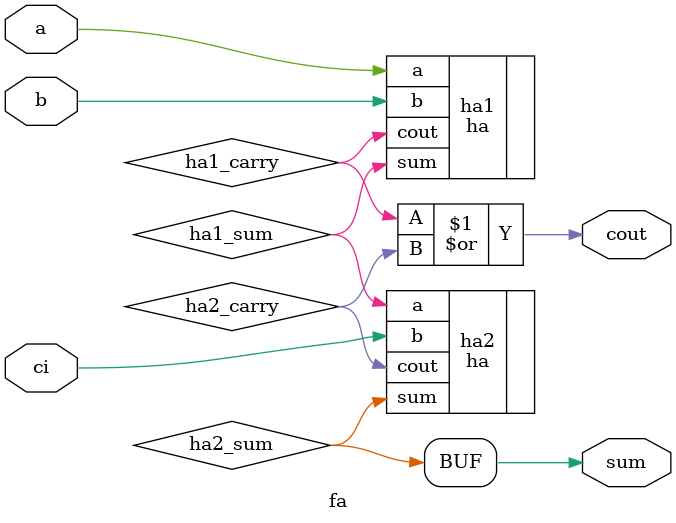
<source format=v>

module fa(a, b, ci, sum, cout);
input a, b, ci;
output  sum, cout;
wire ha1_sum, ha2_sum, ha1_carry, ha2_carry, fsum, fcout;

ha ha1(.a(a), .b(b), .sum(ha1_sum), .cout(ha1_carry));
ha ha2(.a(ha1_sum), .b(ci), .sum(ha2_sum), .cout(ha2_carry));

assign sum = ha2_sum;
assign cout = ha1_carry | ha2_carry;


endmodule

</source>
